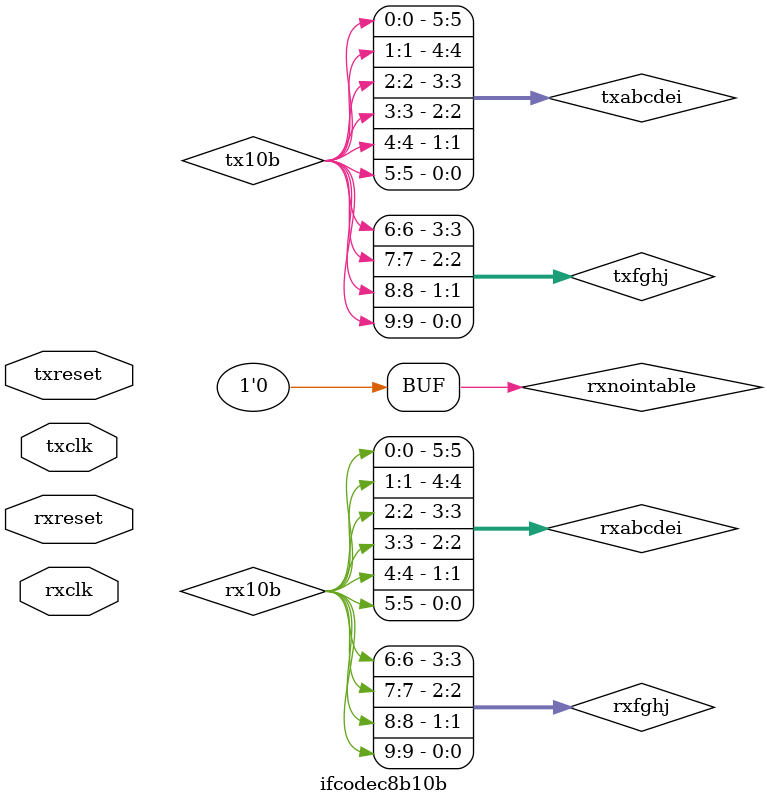
<source format=sv>
module test(ifcodec8b10b.port8b port8b);
endmodule
interface ifcodec8b10b(input txclk,input rxclk,input txreset,input rxreset);
	wire [7:0] tx8b;
	wire tx8bisk;
	reg txrd=0;
	wire [7:0] rx8b;
	wire rx8bisk;
	reg rxrd=0;
	reg rxdisperr=0;
	reg rxnointable=0;
	reg rxdispinit=0;

	wire [9:0] tx10b;
	wire [9:0] rx10b;

modport port8b(input rx8b,rx8bisk
,output tx8b,tx8bisk
);
modport port10b(input tx10b
,output rx10b
);



reg [4:0] RXEDCBA=0;
reg [2:0] RXHGF=0;
wire [5:0] rxabcdei;
wire [3:0] rxfghj;
assign {rxfghj[0],rxfghj[1],rxfghj[2],rxfghj[3],rxabcdei[0],rxabcdei[1],rxabcdei[2],rxabcdei[3],rxabcdei[4],rxabcdei[5]}=rx10b;
assign rx8b ={RXHGF,RXEDCBA};
reg rxisk6=0;
reg rxisk4=0;
assign rx8bisk=rxisk6|rxisk4;
reg rxrd6=0;
reg rxrd4=0;
always @(*) begin
    case(rxabcdei)
        6'b100111:begin RXEDCBA=5'd00;rxisk6=1'b0;rxrd6=1'b1;end
        6'b011000:begin RXEDCBA=5'd00;rxisk6=1'b0;rxrd6=1'b1;end
        6'b011101:begin RXEDCBA=5'd01;rxisk6=1'b0;rxrd6=1'b1;end
        6'b100010:begin RXEDCBA=5'd01;rxisk6=1'b0;rxrd6=1'b1;end
        6'b101101:begin RXEDCBA=5'd02;rxisk6=1'b0;rxrd6=1'b1;end
        6'b010010:begin RXEDCBA=5'd02;rxisk6=1'b0;rxrd6=1'b1;end
        6'b110001:begin RXEDCBA=5'd03;rxisk6=1'b0;rxrd6=1'b0;end
        6'b110101:begin RXEDCBA=5'd04;rxisk6=1'b0;rxrd6=1'b1;end
        6'b001010:begin RXEDCBA=5'd04;rxisk6=1'b0;rxrd6=1'b1;end
        6'b101001:begin RXEDCBA=5'd05;rxisk6=1'b0;rxrd6=1'b0;end
        6'b011001:begin RXEDCBA=5'd06;rxisk6=1'b0;rxrd6=1'b0;end
        6'b111000:begin RXEDCBA=5'd07;rxisk6=1'b0;rxrd6=1'b1;end
        6'b000111:begin RXEDCBA=5'd07;rxisk6=1'b0;rxrd6=1'b1;end
        6'b111001:begin RXEDCBA=5'd08;rxisk6=1'b0;rxrd6=1'b1;end
        6'b000110:begin RXEDCBA=5'd08;rxisk6=1'b0;rxrd6=1'b1;end
        6'b100101:begin RXEDCBA=5'd09;rxisk6=1'b0;rxrd6=1'b0;end
        6'b010101:begin RXEDCBA=5'd10;rxisk6=1'b0;rxrd6=1'b0;end
        6'b110100:begin RXEDCBA=5'd11;rxisk6=1'b0;rxrd6=1'b0;end
        6'b001101:begin RXEDCBA=5'd12;rxisk6=1'b0;rxrd6=1'b0;end
        6'b101100:begin RXEDCBA=5'd13;rxisk6=1'b0;rxrd6=1'b0;end
        6'b011100:begin RXEDCBA=5'd14;rxisk6=1'b0;rxrd6=1'b0;end
        6'b010111:begin RXEDCBA=5'd15;rxisk6=1'b0;rxrd6=1'b1;end
        6'b101000:begin RXEDCBA=5'd15;rxisk6=1'b0;rxrd6=1'b1;end
        6'b011011:begin RXEDCBA=5'd16;rxisk6=1'b0;rxrd6=1'b1;end
        6'b100100:begin RXEDCBA=5'd16;rxisk6=1'b0;rxrd6=1'b1;end
        6'b100011:begin RXEDCBA=5'd17;rxisk6=1'b0;rxrd6=1'b0;end
        6'b010011:begin RXEDCBA=5'd18;rxisk6=1'b0;rxrd6=1'b0;end
        6'b110010:begin RXEDCBA=5'd19;rxisk6=1'b0;rxrd6=1'b0;end
        6'b001011:begin RXEDCBA=5'd20;rxisk6=1'b0;rxrd6=1'b0;end
        6'b101010:begin RXEDCBA=5'd21;rxisk6=1'b0;rxrd6=1'b0;end
        6'b011010:begin RXEDCBA=5'd22;rxisk6=1'b0;rxrd6=1'b0;end
        6'b111010:begin RXEDCBA=5'd23;rxisk6=1'b0;rxrd6=1'b1;end
        6'b000101:begin RXEDCBA=5'd23;rxisk6=1'b0;rxrd6=1'b1;end
        6'b110011:begin RXEDCBA=5'd24;rxisk6=1'b0;rxrd6=1'b1;end
        6'b001100:begin RXEDCBA=5'd24;rxisk6=1'b0;rxrd6=1'b1;end
        6'b100110:begin RXEDCBA=5'd25;rxisk6=1'b0;rxrd6=1'b0;end
        6'b010110:begin RXEDCBA=5'd26;rxisk6=1'b0;rxrd6=1'b0;end
        6'b110110:begin RXEDCBA=5'd27;rxisk6=1'b0;rxrd6=1'b1;end
        6'b001001:begin RXEDCBA=5'd27;rxisk6=1'b0;rxrd6=1'b1;end
        6'b001110:begin RXEDCBA=5'd28;rxisk6=1'b0;rxrd6=1'b0;end
        6'b001111:begin RXEDCBA=5'd28;rxisk6=1'b1;rxrd6=1'b1;end
        6'b110000:begin RXEDCBA=5'd28;rxisk6=1'b1;rxrd6=1'b1;end
        6'b101110:begin RXEDCBA=5'd29;rxisk6=1'b0;rxrd6=1'b1;end
        6'b010001:begin RXEDCBA=5'd29;rxisk6=1'b0;rxrd6=1'b1;end
        6'b011110:begin RXEDCBA=5'd30;rxisk6=1'b0;rxrd6=1'b1;end
        6'b100001:begin RXEDCBA=5'd30;rxisk6=1'b0;rxrd6=1'b1;end
        6'b101011:begin RXEDCBA=5'd31;rxisk6=1'b0;rxrd6=1'b1;end
        6'b010100:begin RXEDCBA=5'd31;rxisk6=1'b0;rxrd6=1'b1;end
        default:begin RXEDCBA=5'd00;rxisk6=1'b0;rxrd6=1'b0;end
    endcase
end


always @(*) begin
    case(rxfghj)
        4'b0001:begin RXHGF=3'd7;rxisk4=1'b0;rxrd4=1'b1;end
        4'b0010:begin RXHGF=3'd4;rxisk4=rxisk6;rxrd4=1'b1;end
        4'b0011:begin RXHGF=3'd3;rxisk4=rxisk6;rxrd4=1'b0;end
        4'b0100:begin RXHGF=3'd0;rxisk4=rxisk6;rxrd4=1'b1;end
        4'b0101:begin RXHGF=(rxisk6&~rxrd) ? 3'd5 : 3'd2;rxisk4=rxisk6;rxrd4=1'b0;end
        4'b0110:begin RXHGF=(rxisk6&~rxrd) ? 3'd1 : 3'd6;rxisk4=rxisk6;rxrd4=1'b0;end
        4'b0111:begin RXHGF=3'd7;rxisk4=~|{(RXEDCBA==5'd17),(RXEDCBA==5'd18),(RXEDCBA==5'd20)}|rxisk6;rxrd4=1'b1;end
        4'b1000:begin RXHGF=3'd7;rxisk4=~|{(RXEDCBA==5'd11),(RXEDCBA==5'd13),(RXEDCBA==5'd14)}|rxisk6;rxrd4=1'b1;end
        4'b1001:begin RXHGF=(rxisk6&~rxrd) ? 3'd6 : 3'd1;rxisk4=rxisk6;rxrd4=1'b0;end
        4'b1010:begin RXHGF=(rxisk6&~rxrd) ? 3'd2 : 3'd5;rxisk4=rxisk6;rxrd4=1'b0;end
        4'b1011:begin RXHGF=3'd0;rxisk4=rxisk6;rxrd4=1'b1;end
        4'b1100:begin RXHGF=3'd3;rxisk4=rxisk6;rxrd4=1'b1;end
        4'b1101:begin RXHGF=3'd4;rxisk4=rxisk6;rxrd4=1'b1;end
        4'b1110:begin RXHGF=3'd7;rxisk4=1'b0;rxrd4=1'b1;end
    endcase
end
localparam K285P=10'b1100000101;
localparam K285M=10'b0011111010;
wire rxrdcalc=rxrd6 ? ~(rxrd^rxrd4) : (rxrd^rxrd4);
wire rxrdset=rx10b==K285P ? 1'b1 : rx10b==K285M ? 1'b0 : 1'b0;// rxrdcalc;
reg rxdisperr_r=0;
always @(posedge rxclk) begin
	rxdispinit<= rxreset ? 1'b0 : rx10b==K285P ? 1'b1 : rx10b==K285M ? 1'b1 : rxdispinit;
	rxrd<=rxreset ? 0 : rx10b==K285P ? 1'b1 : rx10b==K285M ? 1'b0 :  rxrdcalc;
	rxdisperr<= rxreset ? 0 : ~rxdispinit ? 0 : (rx10b==K285P & ~rxrdcalc) | (rx10b==K285M & rxrdcalc);
	rxdisperr_r<= rxreset ? 0 : rxdisperr ? 1'b1 : rxdisperr_r;
end

wire [4:0] TXEDCBA;
wire [2:0] TXHGF;
assign {TXHGF,TXEDCBA}=tx8b;
reg [5:0] txabcdei=0;
reg [3:0] txfghj=0;
reg txrd6=0;
reg txrd4=0;
always @(*) begin
    case(TXEDCBA)
        5'b00000:begin txabcdei=~txrd?6'b100111:6'b011000;txrd6=1'b1;end
        5'b00001:begin txabcdei=~txrd?6'b011101:6'b100010;txrd6=1'b1;end
        5'b00010:begin txabcdei=~txrd?6'b101101:6'b010010;txrd6=1'b1;end
        5'b00011:begin txabcdei=6'b110001;txrd6=1'b0;end
        5'b00100:begin txabcdei=~txrd?6'b110101:6'b001010;txrd6=1'b1;end
        5'b00101:begin txabcdei=6'b101001;txrd6=1'b0;end
        5'b00110:begin txabcdei=6'b011001;txrd6=1'b0;end
        5'b00111:begin txabcdei=~txrd?6'b111000:6'b000111;txrd6=1'b0;end
        5'b01000:begin txabcdei=~txrd?6'b111001:6'b000110;txrd6=1'b1;end
        5'b01001:begin txabcdei=6'b100101;txrd6=1'b0;end
        5'b01010:begin txabcdei=6'b010101;txrd6=1'b0;end
        5'b01011:begin txabcdei=6'b110100;txrd6=1'b0;end
        5'b01100:begin txabcdei=6'b001101;txrd6=1'b0;end
        5'b01101:begin txabcdei=6'b101100;txrd6=1'b0;end
        5'b01110:begin txabcdei=6'b011100;txrd6=1'b0;end
        5'b01111:begin txabcdei=~txrd?6'b010111:6'b101000;txrd6=1'b1;end
        5'b10000:begin txabcdei=~txrd?6'b011011:6'b100100;txrd6=1'b1;end
        5'b10001:begin txabcdei=6'b100011;txrd6=1'b0;end
        5'b10010:begin txabcdei=6'b010011;txrd6=1'b0;end
        5'b10011:begin txabcdei=6'b110010;txrd6=1'b0;end
        5'b10100:begin txabcdei=6'b001011;txrd6=1'b0;end
        5'b10101:begin txabcdei=6'b101010;txrd6=1'b0;end
        5'b10110:begin txabcdei=6'b011010;txrd6=1'b0;end
        5'b10111:begin txabcdei=~txrd?6'b111010:6'b000101;txrd6=1'b1;end
        5'b11000:begin txabcdei=~txrd?6'b110011:6'b001100;txrd6=1'b1;end
        5'b11001:begin txabcdei=6'b100110;txrd6=1'b0;end
        5'b11010:begin txabcdei=6'b010110;txrd6=1'b0;end
        5'b11011:begin txabcdei=~txrd?6'b110110:6'b001001;txrd6=1'b1;end
        5'b11100:begin txabcdei=~tx8bisk? 6'b001110:~txrd?6'b001111:6'b110000;txrd6= ~tx8bisk ? 1'b0 : 1'b1;end
        5'b11101:begin txabcdei=~txrd?6'b101110:6'b010001;txrd6=1'b1;end
        5'b11110:begin txabcdei=~txrd?6'b011110:6'b100001;txrd6=1'b1;end
        5'b11111:begin txabcdei=~txrd?6'b101011:6'b010100;txrd6=1'b1;end
        //not used:begin txabcdei=~txrd?6'b111100:6'b000011;txrd6=1'b0;end
        default:begin txabcdei=6'b000000;txrd6=1'b0;end
    endcase
end


always @(*) begin
    if (~tx8bisk) begin
        case (TXHGF)
            3'b000:begin txfghj=~(txrd^txrd6)?4'b1011:4'b0100;txrd4=1'b1; end
            3'b001:begin txfghj=4'b1001;txrd4=1'b0; end
            3'b010:begin txfghj=4'b0101;txrd4=1'b0; end
            3'b011:begin txfghj=~(txrd^txrd6)?4'b1100:4'b0011;txrd4=1'b0; end
            3'b100:begin txfghj=~(txrd^txrd6)?4'b1101:4'b0010;txrd4=1'b1; end
            3'b101:begin txfghj=4'b1010;txrd4=1'b0; end
            3'b110:begin txfghj=4'b0110;txrd4=1'b0; end
            3'b111:begin txfghj= ~(txrd^txrd6)? (((TXEDCBA==5'd17)|(TXEDCBA==5'd18)|(TXEDCBA==5'd20)) ? 4'b0111:4'b1110): 
                (((TXEDCBA==5'd11)|(TXEDCBA==5'd13)|(TXEDCBA==5'd14)) ? 4'b1000:4'b0001); txrd4=1'b1; end
        endcase
    end
    else begin
        case (TXHGF)
            3'b000:begin txfghj=~(txrd^txrd6)?4'b1011:4'b0100;txrd4=1'b1; end
            3'b001:begin txfghj=~(txrd^txrd6)?4'b0110:4'b1001;txrd4=1'b0; end
            3'b010:begin txfghj=~(txrd^txrd6)?4'b1010:4'b0101;txrd4=1'b0; end
            3'b011:begin txfghj=~(txrd^txrd6)?4'b1100:4'b0011;txrd4=1'b0; end
            3'b100:begin txfghj=~(txrd^txrd6)?4'b1101:4'b0010;txrd4=1'b1; end
            3'b101:begin txfghj=~(txrd^txrd6)?4'b0101:4'b1010;txrd4=1'b0; end
            3'b110:begin txfghj=~(txrd^txrd6)?4'b1001:4'b0110;txrd4=1'b0; end
            3'b111:begin txfghj=~(txrd^txrd6)?4'b0111:4'b1000;txrd4=1'b1; end
        endcase
    end
end
assign tx10b={txfghj[0],txfghj[1],txfghj[2],txfghj[3],txabcdei[0],txabcdei[1],txabcdei[2],txabcdei[3],txabcdei[4],txabcdei[5]};
//assign tx10b={txabcdei,txfghj};//[0],txfghj[1],txfghj[2],txfghj[3],txabcdei[0],txabcdei[1],txabcdei[2],txabcdei[3],txabcdei[4],txabcdei[5]};
always @(posedge txclk) begin
	txrd<=txreset ? 0 : txrd4 ? ~(txrd^txrd6) : (txrd^txrd6);
end

endinterface

</source>
